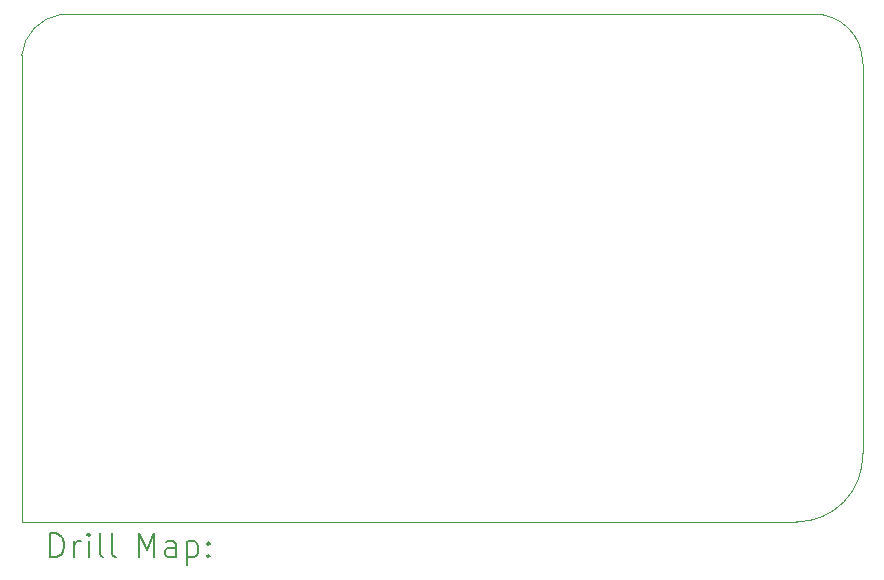
<source format=gbr>
%TF.GenerationSoftware,KiCad,Pcbnew,(7.0.0)*%
%TF.CreationDate,2023-07-17T15:43:13+02:00*%
%TF.ProjectId,SupportPizero,53757070-6f72-4745-9069-7a65726f2e6b,rev?*%
%TF.SameCoordinates,Original*%
%TF.FileFunction,Drillmap*%
%TF.FilePolarity,Positive*%
%FSLAX45Y45*%
G04 Gerber Fmt 4.5, Leading zero omitted, Abs format (unit mm)*
G04 Created by KiCad (PCBNEW (7.0.0)) date 2023-07-17 15:43:13*
%MOMM*%
%LPD*%
G01*
G04 APERTURE LIST*
%ADD10C,0.100000*%
%ADD11C,0.200000*%
G04 APERTURE END LIST*
D10*
X5130800Y-4932985D02*
G75*
G03*
X4800527Y-5280054I59200J-387015D01*
G01*
X11920340Y-8650052D02*
X11919724Y-5349976D01*
X11360695Y-9230000D02*
X4800000Y-9230000D01*
X4800527Y-5280054D02*
X4800000Y-9230000D01*
X11919729Y-5349976D02*
G75*
G03*
X11500695Y-4930972I-409029J9976D01*
G01*
X11360695Y-9229995D02*
G75*
G03*
X11920340Y-8650052I5J559995D01*
G01*
X5130800Y-4932985D02*
X11500695Y-4930972D01*
D11*
X5042619Y-9528476D02*
X5042619Y-9328476D01*
X5042619Y-9328476D02*
X5090238Y-9328476D01*
X5090238Y-9328476D02*
X5118810Y-9338000D01*
X5118810Y-9338000D02*
X5137857Y-9357048D01*
X5137857Y-9357048D02*
X5147381Y-9376095D01*
X5147381Y-9376095D02*
X5156905Y-9414190D01*
X5156905Y-9414190D02*
X5156905Y-9442762D01*
X5156905Y-9442762D02*
X5147381Y-9480857D01*
X5147381Y-9480857D02*
X5137857Y-9499905D01*
X5137857Y-9499905D02*
X5118810Y-9518952D01*
X5118810Y-9518952D02*
X5090238Y-9528476D01*
X5090238Y-9528476D02*
X5042619Y-9528476D01*
X5242619Y-9528476D02*
X5242619Y-9395143D01*
X5242619Y-9433238D02*
X5252143Y-9414190D01*
X5252143Y-9414190D02*
X5261667Y-9404667D01*
X5261667Y-9404667D02*
X5280714Y-9395143D01*
X5280714Y-9395143D02*
X5299762Y-9395143D01*
X5366429Y-9528476D02*
X5366429Y-9395143D01*
X5366429Y-9328476D02*
X5356905Y-9338000D01*
X5356905Y-9338000D02*
X5366429Y-9347524D01*
X5366429Y-9347524D02*
X5375952Y-9338000D01*
X5375952Y-9338000D02*
X5366429Y-9328476D01*
X5366429Y-9328476D02*
X5366429Y-9347524D01*
X5490238Y-9528476D02*
X5471190Y-9518952D01*
X5471190Y-9518952D02*
X5461667Y-9499905D01*
X5461667Y-9499905D02*
X5461667Y-9328476D01*
X5595000Y-9528476D02*
X5575952Y-9518952D01*
X5575952Y-9518952D02*
X5566429Y-9499905D01*
X5566429Y-9499905D02*
X5566429Y-9328476D01*
X5791190Y-9528476D02*
X5791190Y-9328476D01*
X5791190Y-9328476D02*
X5857857Y-9471333D01*
X5857857Y-9471333D02*
X5924524Y-9328476D01*
X5924524Y-9328476D02*
X5924524Y-9528476D01*
X6105476Y-9528476D02*
X6105476Y-9423714D01*
X6105476Y-9423714D02*
X6095952Y-9404667D01*
X6095952Y-9404667D02*
X6076905Y-9395143D01*
X6076905Y-9395143D02*
X6038809Y-9395143D01*
X6038809Y-9395143D02*
X6019762Y-9404667D01*
X6105476Y-9518952D02*
X6086428Y-9528476D01*
X6086428Y-9528476D02*
X6038809Y-9528476D01*
X6038809Y-9528476D02*
X6019762Y-9518952D01*
X6019762Y-9518952D02*
X6010238Y-9499905D01*
X6010238Y-9499905D02*
X6010238Y-9480857D01*
X6010238Y-9480857D02*
X6019762Y-9461810D01*
X6019762Y-9461810D02*
X6038809Y-9452286D01*
X6038809Y-9452286D02*
X6086428Y-9452286D01*
X6086428Y-9452286D02*
X6105476Y-9442762D01*
X6200714Y-9395143D02*
X6200714Y-9595143D01*
X6200714Y-9404667D02*
X6219762Y-9395143D01*
X6219762Y-9395143D02*
X6257857Y-9395143D01*
X6257857Y-9395143D02*
X6276905Y-9404667D01*
X6276905Y-9404667D02*
X6286428Y-9414190D01*
X6286428Y-9414190D02*
X6295952Y-9433238D01*
X6295952Y-9433238D02*
X6295952Y-9490381D01*
X6295952Y-9490381D02*
X6286428Y-9509429D01*
X6286428Y-9509429D02*
X6276905Y-9518952D01*
X6276905Y-9518952D02*
X6257857Y-9528476D01*
X6257857Y-9528476D02*
X6219762Y-9528476D01*
X6219762Y-9528476D02*
X6200714Y-9518952D01*
X6381667Y-9509429D02*
X6391190Y-9518952D01*
X6391190Y-9518952D02*
X6381667Y-9528476D01*
X6381667Y-9528476D02*
X6372143Y-9518952D01*
X6372143Y-9518952D02*
X6381667Y-9509429D01*
X6381667Y-9509429D02*
X6381667Y-9528476D01*
X6381667Y-9404667D02*
X6391190Y-9414190D01*
X6391190Y-9414190D02*
X6381667Y-9423714D01*
X6381667Y-9423714D02*
X6372143Y-9414190D01*
X6372143Y-9414190D02*
X6381667Y-9404667D01*
X6381667Y-9404667D02*
X6381667Y-9423714D01*
M02*

</source>
